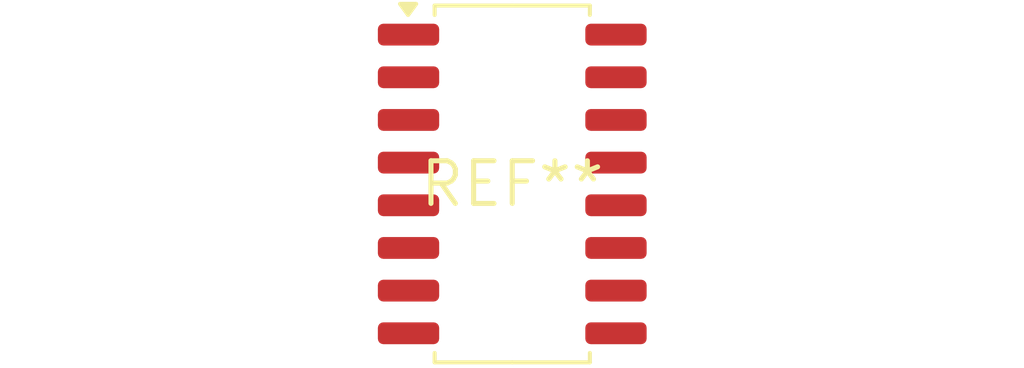
<source format=kicad_pcb>
(kicad_pcb (version 20240108) (generator pcbnew)
  (layers (0 "F.Cu" signal) (31 "B.Cu" signal) (34 "B.Paste" user) (35 "F.Paste" user) (36 "B.SilkS" user "B.Silkscreen") (37 "F.SilkS" user "F.Silkscreen") (38 "B.Mask" user) (39 "F.Mask" user) (44 "Edge.Cuts" user))
  (net 0 "")
  (footprint "SOP-16_4.4x10.4mm_P1.27mm" (layer "F.Cu") (at 0 0)
    (property "Reference" "REF**")
    (property "Value" "SOP-16_4.4x10.4mm_P1.27mm")
    (fp_line (start -2.31 -5.31) (end -2.31 -5.03) (layer "F.SilkS") (stroke (width 0.12)))
    (fp_line (start -2.31 5.31) (end -2.31 5.03) (layer "F.SilkS") (stroke (width 0.12)))
    (fp_line (start 0 -5.31) (end -2.31 -5.31) (layer "F.SilkS") (stroke (width 0.12)))
    (fp_line (start 0 -5.31) (end 2.31 -5.31) (layer "F.SilkS") (stroke (width 0.12)))
    (fp_line (start 0 5.31) (end -2.31 5.31) (layer "F.SilkS") (stroke (width 0.12)))
    (fp_line (start 0 5.31) (end 2.31 5.31) (layer "F.SilkS") (stroke (width 0.12)))
    (fp_line (start 2.31 -5.31) (end 2.31 -5.03) (layer "F.SilkS") (stroke (width 0.12)))
    (fp_line (start 2.31 5.31) (end 2.31 5.03) (layer "F.SilkS") (stroke (width 0.12)))
    (fp_poly (pts (xy -3.1 -5.03) (xy -3.34 -5.36) (xy -2.86 -5.36) (xy -3.1 -5.03)) (layer "F.SilkS") (stroke (width 0.12)) (fill solid))
    (pad "1" smd roundrect (at -3.0875 -4.445) (size 1.825 0.65) (layers "F.Cu" "F.Paste" "F.Mask"))
    (pad "2" smd roundrect (at -3.0875 -3.175) (size 1.825 0.65) (layers "F.Cu" "F.Paste" "F.Mask"))
    (pad "3" smd roundrect (at -3.0875 -1.905) (size 1.825 0.65) (layers "F.Cu" "F.Paste" "F.Mask"))
    (pad "4" smd roundrect (at -3.0875 -0.635) (size 1.825 0.65) (layers "F.Cu" "F.Paste" "F.Mask"))
    (pad "5" smd roundrect (at -3.0875 0.635) (size 1.825 0.65) (layers "F.Cu" "F.Paste" "F.Mask"))
    (pad "6" smd roundrect (at -3.0875 1.905) (size 1.825 0.65) (layers "F.Cu" "F.Paste" "F.Mask"))
    (pad "7" smd roundrect (at -3.0875 3.175) (size 1.825 0.65) (layers "F.Cu" "F.Paste" "F.Mask"))
    (pad "8" smd roundrect (at -3.0875 4.445) (size 1.825 0.65) (layers "F.Cu" "F.Paste" "F.Mask"))
    (pad "9" smd roundrect (at 3.0875 4.445) (size 1.825 0.65) (layers "F.Cu" "F.Paste" "F.Mask"))
    (pad "10" smd roundrect (at 3.0875 3.175) (size 1.825 0.65) (layers "F.Cu" "F.Paste" "F.Mask"))
    (pad "11" smd roundrect (at 3.0875 1.905) (size 1.825 0.65) (layers "F.Cu" "F.Paste" "F.Mask"))
    (pad "12" smd roundrect (at 3.0875 0.635) (size 1.825 0.65) (layers "F.Cu" "F.Paste" "F.Mask"))
    (pad "13" smd roundrect (at 3.0875 -0.635) (size 1.825 0.65) (layers "F.Cu" "F.Paste" "F.Mask"))
    (pad "14" smd roundrect (at 3.0875 -1.905) (size 1.825 0.65) (layers "F.Cu" "F.Paste" "F.Mask"))
    (pad "15" smd roundrect (at 3.0875 -3.175) (size 1.825 0.65) (layers "F.Cu" "F.Paste" "F.Mask"))
    (pad "16" smd roundrect (at 3.0875 -4.445) (size 1.825 0.65) (layers "F.Cu" "F.Paste" "F.Mask"))
  )
)
</source>
